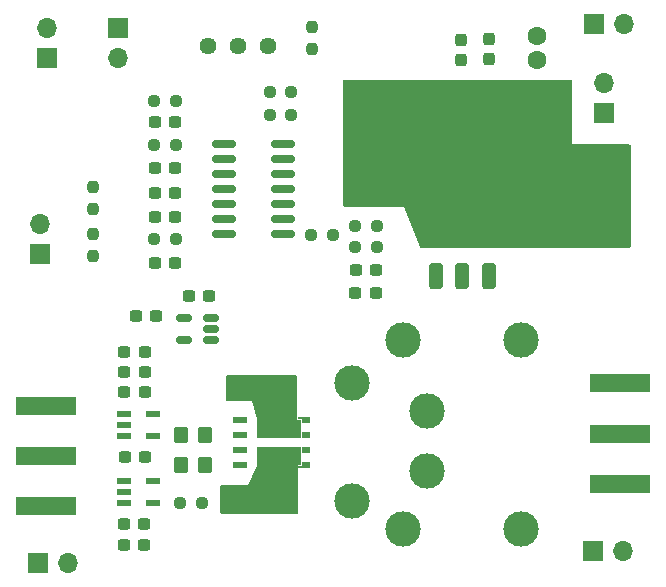
<source format=gts>
G04 #@! TF.GenerationSoftware,KiCad,Pcbnew,7.0.10*
G04 #@! TF.CreationDate,2024-04-22T16:42:47-07:00*
G04 #@! TF.ProjectId,powerAmp,706f7765-7241-46d7-902e-6b696361645f,rev?*
G04 #@! TF.SameCoordinates,Original*
G04 #@! TF.FileFunction,Soldermask,Top*
G04 #@! TF.FilePolarity,Negative*
%FSLAX46Y46*%
G04 Gerber Fmt 4.6, Leading zero omitted, Abs format (unit mm)*
G04 Created by KiCad (PCBNEW 7.0.10) date 2024-04-22 16:42:47*
%MOMM*%
%LPD*%
G01*
G04 APERTURE LIST*
G04 Aperture macros list*
%AMRoundRect*
0 Rectangle with rounded corners*
0 $1 Rounding radius*
0 $2 $3 $4 $5 $6 $7 $8 $9 X,Y pos of 4 corners*
0 Add a 4 corners polygon primitive as box body*
4,1,4,$2,$3,$4,$5,$6,$7,$8,$9,$2,$3,0*
0 Add four circle primitives for the rounded corners*
1,1,$1+$1,$2,$3*
1,1,$1+$1,$4,$5*
1,1,$1+$1,$6,$7*
1,1,$1+$1,$8,$9*
0 Add four rect primitives between the rounded corners*
20,1,$1+$1,$2,$3,$4,$5,0*
20,1,$1+$1,$4,$5,$6,$7,0*
20,1,$1+$1,$6,$7,$8,$9,0*
20,1,$1+$1,$8,$9,$2,$3,0*%
G04 Aperture macros list end*
%ADD10R,1.200000X0.600000*%
%ADD11RoundRect,0.237500X0.250000X0.237500X-0.250000X0.237500X-0.250000X-0.237500X0.250000X-0.237500X0*%
%ADD12RoundRect,0.250000X-0.350000X-0.450000X0.350000X-0.450000X0.350000X0.450000X-0.350000X0.450000X0*%
%ADD13RoundRect,0.250000X0.350000X-0.850000X0.350000X0.850000X-0.350000X0.850000X-0.350000X-0.850000X0*%
%ADD14RoundRect,0.249997X2.650003X-2.950003X2.650003X2.950003X-2.650003X2.950003X-2.650003X-2.950003X0*%
%ADD15C,3.000000*%
%ADD16RoundRect,0.237500X-0.300000X-0.237500X0.300000X-0.237500X0.300000X0.237500X-0.300000X0.237500X0*%
%ADD17RoundRect,0.150000X-0.825000X-0.150000X0.825000X-0.150000X0.825000X0.150000X-0.825000X0.150000X0*%
%ADD18R,1.700000X1.700000*%
%ADD19O,1.700000X1.700000*%
%ADD20RoundRect,0.237500X0.237500X-0.250000X0.237500X0.250000X-0.237500X0.250000X-0.237500X-0.250000X0*%
%ADD21RoundRect,0.237500X-0.250000X-0.237500X0.250000X-0.237500X0.250000X0.237500X-0.250000X0.237500X0*%
%ADD22C,1.600000*%
%ADD23RoundRect,0.237500X-0.237500X0.250000X-0.237500X-0.250000X0.237500X-0.250000X0.237500X0.250000X0*%
%ADD24R,5.080000X1.500000*%
%ADD25R,3.810000X1.650000*%
%ADD26R,0.710000X0.610000*%
%ADD27R,0.310000X0.255000*%
%ADD28R,1.270000X0.610000*%
%ADD29RoundRect,0.237500X-0.237500X0.300000X-0.237500X-0.300000X0.237500X-0.300000X0.237500X0.300000X0*%
%ADD30RoundRect,0.237500X0.300000X0.237500X-0.300000X0.237500X-0.300000X-0.237500X0.300000X-0.237500X0*%
%ADD31RoundRect,0.150000X0.512500X0.150000X-0.512500X0.150000X-0.512500X-0.150000X0.512500X-0.150000X0*%
%ADD32C,1.440000*%
G04 APERTURE END LIST*
D10*
X75075000Y-125955000D03*
X75075000Y-126905000D03*
X75075000Y-127855000D03*
X77575000Y-127855000D03*
X77575000Y-125955000D03*
X75075000Y-120305000D03*
X75075000Y-121255000D03*
X75075000Y-122205000D03*
X77575000Y-122205000D03*
X77575000Y-120305000D03*
D11*
X96487500Y-106205000D03*
X94662500Y-106205000D03*
D12*
X81925000Y-124605000D03*
X79925000Y-124605000D03*
X81925000Y-122055000D03*
X79925000Y-122055000D03*
D11*
X92787500Y-105145000D03*
X90962500Y-105145000D03*
D13*
X101475000Y-108620000D03*
X103755000Y-108620000D03*
X106035000Y-108620000D03*
D14*
X103755000Y-102320000D03*
D15*
X100750000Y-120060000D03*
X94400000Y-117680000D03*
X94400000Y-127680000D03*
X100750000Y-125140000D03*
D16*
X75137500Y-115105000D03*
X76862500Y-115105000D03*
X75137500Y-116755000D03*
X76862500Y-116755000D03*
X75062500Y-131380000D03*
X76787500Y-131380000D03*
X75087500Y-129630000D03*
X76812500Y-129630000D03*
D17*
X83582000Y-97465400D03*
X83582000Y-98735400D03*
X83582000Y-100005400D03*
X83582000Y-101275400D03*
X83582000Y-102545400D03*
X83582000Y-103815400D03*
X83582000Y-105085400D03*
X88532000Y-105085400D03*
X88532000Y-103815400D03*
X88532000Y-102545400D03*
X88532000Y-101275400D03*
X88532000Y-100005400D03*
X88532000Y-98735400D03*
X88532000Y-97465400D03*
D16*
X94695000Y-110060000D03*
X96420000Y-110060000D03*
D18*
X68565000Y-90180000D03*
D19*
X68565000Y-87640000D03*
D18*
X114770000Y-131885000D03*
D19*
X117310000Y-131885000D03*
D20*
X91035000Y-89377500D03*
X91035000Y-87552500D03*
D21*
X77672100Y-93775400D03*
X79497100Y-93775400D03*
D22*
X110085000Y-90305000D03*
X110085000Y-88305000D03*
D23*
X72468000Y-101112900D03*
X72468000Y-102937900D03*
D18*
X67780000Y-132925000D03*
D19*
X70320000Y-132925000D03*
D18*
X68009600Y-106750400D03*
D19*
X68009600Y-104210400D03*
D18*
X115775000Y-94800000D03*
D19*
X115775000Y-92260000D03*
D24*
X117092500Y-121980000D03*
X117092500Y-117730000D03*
X117092500Y-126230000D03*
D25*
X88250000Y-121575000D03*
D26*
X90510000Y-120800000D03*
D27*
X90000000Y-120623000D03*
D26*
X90510000Y-122070000D03*
D25*
X88250000Y-123835000D03*
D26*
X90510000Y-123340000D03*
D27*
X90000000Y-124787000D03*
D26*
X90510000Y-124610000D03*
D28*
X84890000Y-124610000D03*
X84890000Y-123340000D03*
X84890000Y-122070000D03*
X84890000Y-120800000D03*
D18*
X114920000Y-87255000D03*
D19*
X117460000Y-87255000D03*
D16*
X80562500Y-110315000D03*
X82287500Y-110315000D03*
D11*
X96517500Y-104395000D03*
X94692500Y-104395000D03*
D16*
X77722100Y-101596000D03*
X79447100Y-101596000D03*
D11*
X89247100Y-95025400D03*
X87422100Y-95025400D03*
D29*
X103605000Y-88622500D03*
X103605000Y-90347500D03*
D30*
X76912500Y-123980000D03*
X75187500Y-123980000D03*
D11*
X89247100Y-93025400D03*
X87422100Y-93025400D03*
D16*
X76117500Y-111980000D03*
X77842500Y-111980000D03*
D11*
X79497100Y-97525400D03*
X77672100Y-97525400D03*
D30*
X79447100Y-99525400D03*
X77722100Y-99525400D03*
D11*
X79497100Y-105525400D03*
X77672100Y-105525400D03*
D30*
X79447100Y-103628000D03*
X77722100Y-103628000D03*
D16*
X94720000Y-108085000D03*
X96445000Y-108085000D03*
D11*
X81662500Y-127830000D03*
X79837500Y-127830000D03*
D29*
X106015000Y-88572500D03*
X106015000Y-90297500D03*
D16*
X77722100Y-95627000D03*
X79447100Y-95627000D03*
D23*
X72468000Y-105112900D03*
X72468000Y-106937900D03*
D24*
X68480000Y-123880000D03*
X68480000Y-128130000D03*
X68480000Y-119630000D03*
D16*
X77722100Y-107565000D03*
X79447100Y-107565000D03*
D18*
X74605000Y-87635000D03*
D19*
X74605000Y-90175000D03*
D30*
X76862500Y-118455000D03*
X75137500Y-118455000D03*
D15*
X98730000Y-130055000D03*
X98730000Y-114055000D03*
X108730000Y-130055000D03*
X108730000Y-114055000D03*
D31*
X82442500Y-114080000D03*
X82442500Y-113130000D03*
X82442500Y-112180000D03*
X80167500Y-112180000D03*
X80167500Y-114080000D03*
D32*
X87315000Y-89115000D03*
X84775000Y-89115000D03*
X82235000Y-89115000D03*
G36*
X89798039Y-124624685D02*
G01*
X89843794Y-124677489D01*
X89855000Y-124729000D01*
X89855000Y-128681000D01*
X89835315Y-128748039D01*
X89782511Y-128793794D01*
X89731000Y-128805000D01*
X83379000Y-128805000D01*
X83311961Y-128785315D01*
X83266206Y-128732511D01*
X83255000Y-128681000D01*
X83255000Y-126429000D01*
X83274685Y-126361961D01*
X83327489Y-126316206D01*
X83379000Y-126305000D01*
X85555000Y-126305000D01*
X85555000Y-126304999D01*
X86321495Y-124676201D01*
X86367851Y-124623924D01*
X86433692Y-124605000D01*
X89731000Y-124605000D01*
X89798039Y-124624685D01*
G37*
G36*
X89698039Y-117024685D02*
G01*
X89743794Y-117077489D01*
X89755000Y-117129000D01*
X89755000Y-120681000D01*
X89735315Y-120748039D01*
X89682511Y-120793794D01*
X89631000Y-120805000D01*
X86451817Y-120805000D01*
X86384778Y-120785315D01*
X86339023Y-120732511D01*
X86331519Y-120711074D01*
X85955000Y-119205000D01*
X83879000Y-119205000D01*
X83811961Y-119185315D01*
X83766206Y-119132511D01*
X83755000Y-119081000D01*
X83755000Y-117129000D01*
X83774685Y-117061961D01*
X83827489Y-117016206D01*
X83879000Y-117005000D01*
X89631000Y-117005000D01*
X89698039Y-117024685D01*
G37*
G36*
X112967360Y-92014685D02*
G01*
X113013115Y-92067489D01*
X113024319Y-92119678D01*
X112994999Y-97484999D01*
X112995000Y-97485000D01*
X117871000Y-97485000D01*
X117938039Y-97504685D01*
X117983794Y-97557489D01*
X117995000Y-97609000D01*
X117995000Y-106131000D01*
X117975315Y-106198039D01*
X117922511Y-106243794D01*
X117871000Y-106255000D01*
X100269937Y-106255000D01*
X100202898Y-106235315D01*
X100157143Y-106182511D01*
X100154313Y-106175800D01*
X98825000Y-102745000D01*
X93778655Y-102745000D01*
X93711616Y-102725315D01*
X93665861Y-102672511D01*
X93654655Y-102621346D01*
X93625347Y-92119346D01*
X93644845Y-92052252D01*
X93697521Y-92006350D01*
X93749347Y-91995000D01*
X112900321Y-91995000D01*
X112967360Y-92014685D01*
G37*
M02*

</source>
